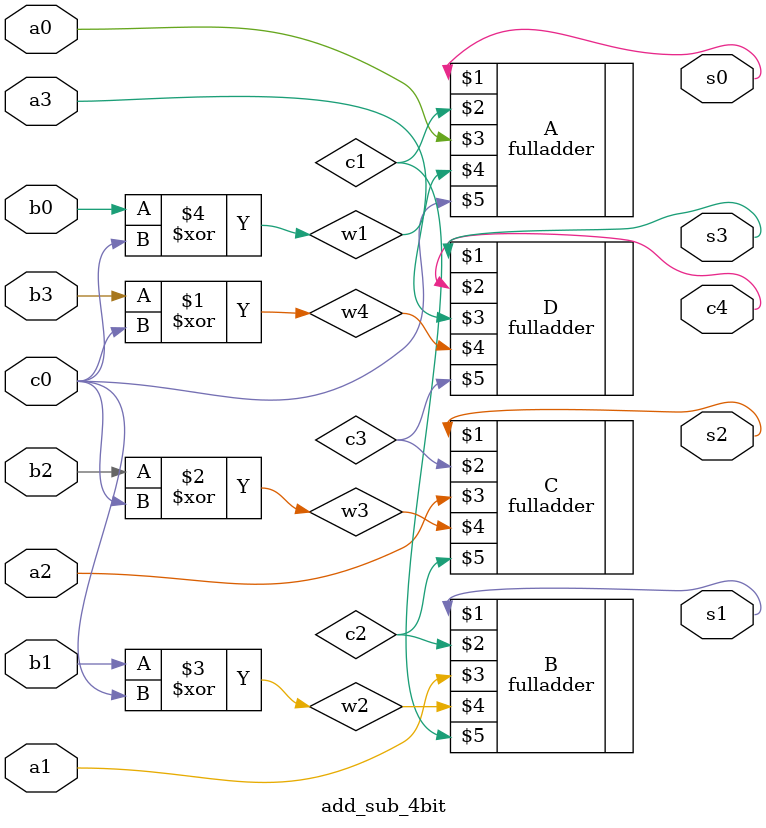
<source format=v>
module add_sub_4bit(c4,s3,s2,s1,s0,b3,a3,b2,a2,b1,a1,b0,a0,c0);
output c4,s3,s2,s1,s0;
input b3,a3,b2,a2,b1,a1,b0,a0,c0;
wire w1,c1,w2,c2,w3,c3,w4;
xor x1(w4,b3,c0);
xor x2(w3,b2,c0);
xor x3(w2,b1,c0);
xor x4(w1,b0,c0);
fulladder A(s0,c1,a0,w1,c0);
fulladder B(s1,c2,a1,w2,c1);
fulladder C(s2,c3,a2,w3,c2);
fulladder D(s3,c4,a3,w4,c3);
endmodule
</source>
